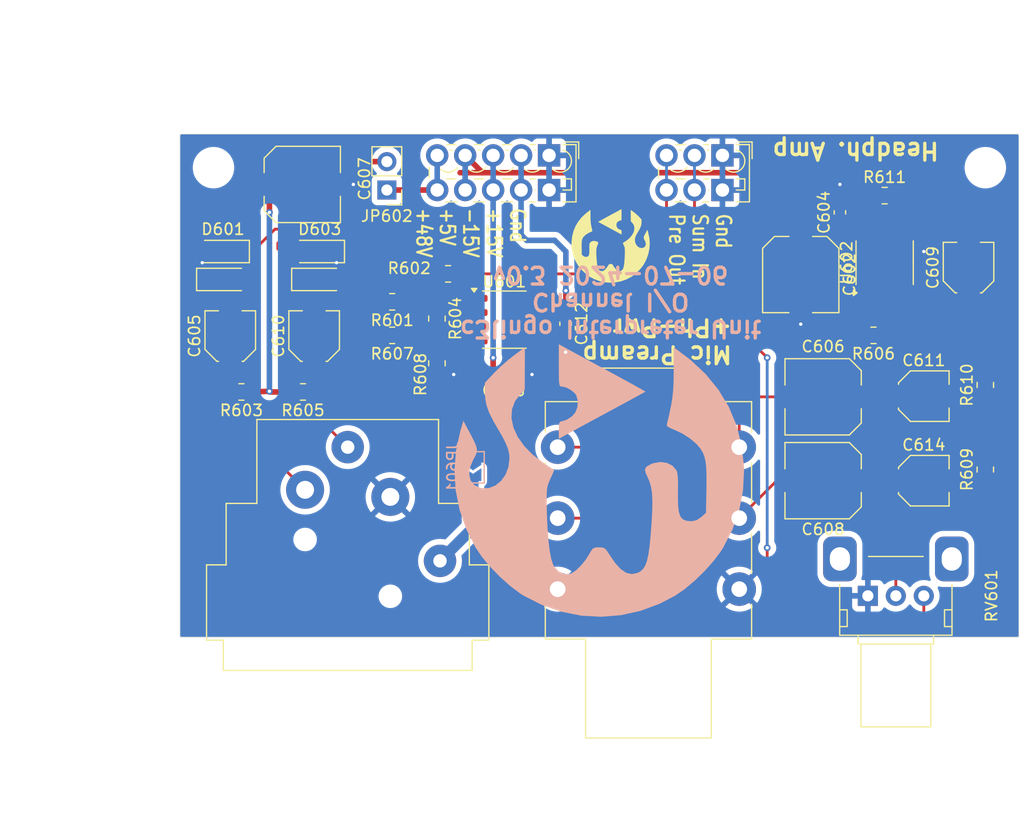
<source format=kicad_pcb>
(kicad_pcb (version 20240108) (generator "pcbnew") (generator_version "8.0")
  (title_block (title "c3lingo interpeter unit -- channel strip") (date "2022-12-31") (rev "v0.3") (company "Jannik Beyerstedt (jtbx)") (comment 1 "Prototype 2"))
  (layers (0 "F.Cu" signal) (31 "B.Cu" signal) (34 "B.Paste" user) (35 "F.Paste" user) (36 "B.SilkS" user "B.Silkscreen") (37 "F.SilkS" user "F.Silkscreen") (38 "B.Mask" user) (39 "F.Mask" user) (44 "Edge.Cuts" user))
  (net 0 "")
  (net 1 "-15V")
  (net 2 "+15V")
  (net 3 "GND")
  (net 4 "Net-(C605-Pad1)")
  (net 5 "Net-(D601-K)")
  (net 6 "Net-(U602-BYPASS)")
  (net 7 "+5V")
  (net 8 "Net-(C608-Pad2)")
  (net 9 "V_Phant")
  (net 10 "Net-(U602-VO2)")
  (net 11 "Net-(C610-Pad1)")
  (net 12 "Net-(D603-A)")
  (net 13 "Net-(C611-Pad1)")
  (net 14 "Net-(C606-Pad2)")
  (net 15 "GNDREF")
  (net 16 "Net-(U601--)")
  (net 17 "Net-(U601-+)")
  (net 18 "Net-(U602-VO1)")
  (net 19 "Net-(C611-Pad2)")
  (net 20 "/HeadphoneAmpIn")
  (net 21 "/MicPreOut")
  (net 25 "Net-(C614-Pad2)")
  (net 26 "Net-(U602-IN1-)")
  (net 27 "Net-(U602-IN2-)")
  (net 28 "Net-(J604-Pin_5)")
  (footprint "Connector_Audio:Jack_6.35mm_Neutrik_NMJ6HFD2_Horizontal" (layer "F.Cu") (at 100 183 -90)
    (property "Reference" "J602" (hide yes))
    (property "Value" "Headphone X")
    (pad "R" thru_hole circle (at 6.35 0 270) (size 3 3) (drill 1.4) (layers "*.Cu" "*.Mask") (net 8 "Net-(C608-Pad2)"))
    (pad "RN" thru_hole circle (at 6.35 16.23 270) (size 3 3) (drill 1.4) (layers "*.Cu" "*.Mask") (net 8 "Net-(C608-Pad2)"))
    (pad "S" thru_hole circle (at 12.7 0 270) (size 3 3) (drill 1.4) (layers "*.Cu" "*.Mask") (net 3 "GND"))
    (pad "SN" thru_hole circle (at 12.7 16.23 270) (size 3 3) (drill 1.4) (layers "*.Cu" "*.Mask") (net 3 "GND"))
    (pad "T" thru_hole circle (at 0 0 270) (size 3 3) (drill 1.4) (layers "*.Cu" "*.Mask") (net 14 "Net-(C606-Pad2)"))
    (pad "TN" thru_hole circle (at 0 16.23 270) (size 3 3) (drill 1.4) (layers "*.Cu" "*.Mask") (net 14 "Net-(C606-Pad2)"))
  )
  (footprint "MountingHole:MountingHole_3.2mm_M3" (layer "F.Cu") (at 53 158)
    (property "Reference" "H601" (hide yes))
    (property "Value" "MountingHole" (hide yes))
    (pad "" np_thru_hole circle (at 0 0) (size 3.2 3.2) (drill 3.2) (layers "*.Cu" "*.Mask"))
  )
  (footprint "Diode_SMD:D_SOD-123" (layer "F.Cu") (at 53.85 165.5 180)
    (property "Reference" "D601" (at 0 2 0) (layer "F.SilkS"))
    (property "Value" "1N4148")
    (pad "1" smd roundrect (at -1.65 0 180) (size 0.9 1.2) (layers "F.Cu" "F.Paste" "F.Mask") (net 5 "Net-(D601-K)"))
    (pad "2" smd roundrect (at 1.65 0 180) (size 0.9 1.2) (layers "F.Cu" "F.Paste" "F.Mask") (net 3 "GND"))
  )
  (footprint "Capacitor_SMD:C_Elec_4x5.8" (layer "F.Cu") (at 62 173.0625 90)
    (property "Reference" "C610" (at 0 -3.2 90) (layer "F.SilkS"))
    (property "Value" "1uF/ 63V lowESR")
    (pad "1" smd roundrect (at -1.675 0 90) (size 2.65 1.6) (layers "F.Cu" "F.Paste" "F.Mask") (roundrect_rratio 0.15625) (net 11 "Net-(C610-Pad1)"))
    (pad "2" smd roundrect (at 1.675 0 90) (size 2.65 1.6) (layers "F.Cu" "F.Paste" "F.Mask") (roundrect_rratio 0.15625) (net 12 "Net-(D603-A)"))
  )
  (footprint "Resistor_SMD:R_0805_2012Metric_Pad1.20x1.40mm_HandSolder" (layer "F.Cu") (at 68.975 173 180)
    (property "Reference" "R607" (at 0 -1.65 0) (layer "F.SilkS"))
    (property "Value" "1K 1%")
    (pad "1" smd roundrect (at -1 0 180) (size 1.2 1.4) (layers "F.Cu" "F.Paste" "F.Mask") (roundrect_rratio 0.208333) (net 17 "Net-(U601-+)"))
    (pad "2" smd roundrect (at 1 0 180) (size 1.2 1.4) (layers "F.Cu" "F.Paste" "F.Mask") (roundrect_rratio 0.208333) (net 12 "Net-(D603-A)"))
  )
  (footprint "Resistor_SMD:R_0805_2012Metric_Pad1.20x1.40mm_HandSolder" (layer "F.Cu") (at 72.975 171.5 -90)
    (property "Reference" "R604" (at 0 -1.65 90) (layer "F.SilkS"))
    (property "Value" "27K 1%")
    (pad "1" smd roundrect (at -1 0 270) (size 1.2 1.4) (layers "F.Cu" "F.Paste" "F.Mask") (roundrect_rratio 0.208333) (net 16 "Net-(U601--)"))
    (pad "2" smd roundrect (at 1 0 270) (size 1.2 1.4) (layers "F.Cu" "F.Paste" "F.Mask") (roundrect_rratio 0.208333) (net 17 "Net-(U601-+)"))
  )
  (footprint "Package_SO:SOIC-8_3.9x4.9mm_P1.27mm" (layer "F.Cu") (at 79 171.595)
    (property "Reference" "U601" (at 0 -3.4 0) (layer "F.SilkS"))
    (property "Value" "NE5534")
    (pad "1" smd roundrect (at -2.475 -1.905) (size 1.95 0.6) (layers "F.Cu" "F.Paste" "F.Mask"))
    (pad "2" smd roundrect (at -2.475 -0.635) (size 1.95 0.6) (layers "F.Cu" "F.Paste" "F.Mask") (net 16 "Net-(U601--)"))
    (pad "3" smd roundrect (at -2.475 0.635) (size 1.95 0.6) (layers "F.Cu" "F.Paste" "F.Mask") (net 17 "Net-(U601-+)"))
    (pad "4" smd roundrect (at -2.475 1.905) (size 1.95 0.6) (layers "F.Cu" "F.Paste" "F.Mask") (net 1 "-15V"))
    (pad "5" smd roundrect (at 2.475 1.905) (size 1.95 0.6) (layers "F.Cu" "F.Paste" "F.Mask"))
    (pad "6" smd roundrect (at 2.475 0.635) (size 1.95 0.6) (layers "F.Cu" "F.Paste" "F.Mask") (net 21 "/MicPreOut"))
    (pad "7" smd roundrect (at 2.475 -0.635) (size 1.95 0.6) (layers "F.Cu" "F.Paste" "F.Mask") (net 2 "+15V"))
    (pad "8" smd roundrect (at 2.475 -1.905) (size 1.95 0.6) (layers "F.Cu" "F.Paste" "F.Mask"))
  )
  (footprint "Resistor_SMD:R_0805_2012Metric_Pad1.20x1.40mm_HandSolder" (layer "F.Cu") (at 61 178.0625 180)
    (property "Reference" "R605" (at 0 -1.65 0) (layer "F.SilkS"))
    (property "Value" "6.8K 1%")
    (pad "1" smd roundrect (at -1 0 180) (size 1.2 1.4) (layers "F.Cu" "F.Paste" "F.Mask") (roundrect_rratio 0.208333) (net 11 "Net-(C610-Pad1)"))
    (pad "2" smd roundrect (at 1 0 180) (size 1.2 1.4) (layers "F.Cu" "F.Paste" "F.Mask") (roundrect_rratio 0.208333) (net 9 "V_Phant"))
  )
  (footprint "TerminalBlock_Phoenix:TerminalBlock_Phoenix_PTSM-0,5-5-2.5-V-THR_1x05_P2.50mm_Vertical" (layer "F.Cu") (at 83 156.9 180)
    (property "Reference" "J604" (hide yes))
    (property "Value" "PowerSupply")
    (pad "1" thru_hole rect (at 0 -3.1 180) (size 2 2) (drill 1.2) (layers "*.Cu" "*.Mask") (net 3 "GND"))
    (pad "1" thru_hole rect (at 0 0 180) (size 2 2) (drill 1.2) (layers "*.Cu" "*.Mask") (net 3 "GND"))
    (pad "2" thru_hole circle (at 2.5 -3.1 180) (size 2 2) (drill 1.2) (layers "*.Cu" "*.Mask") (net 2 "+15V"))
    (pad "2" thru_hole circle (at 2.5 0 180) (size 2 2) (drill 1.2) (layers "*.Cu" "*.Mask") (net 2 "+15V"))
    (pad "3" thru_hole circle (at 5 -3.1 180) (size 2 2) (drill 1.2) (layers "*.Cu" "*.Mask") (net 1 "-15V"))
    (pad "3" thru_hole circle (at 5 0 180) (size 2 2) (drill 1.2) (layers "*.Cu" "*.Mask") (net 1 "-15V"))
    (pad "4" thru_hole circle (at 7.5 -3.1 180) (size 2 2) (drill 1.2) (layers "*.Cu" "*.Mask") (net 7 "+5V"))
    (pad "4" thru_hole circle (at 7.5 0 180) (size 2 2) (drill 1.2) (layers "*.Cu" "*.Mask") (net 7 "+5V"))
    (pad "5" thru_hole circle (at 10 -3.1 180) (size 2 2) (drill 1.2) (layers "*.Cu" "*.Mask") (net 28 "Net-(J604-Pin_5)"))
    (pad "5" thru_hole circle (at 10 0 180) (size 2 2) (drill 1.2) (layers "*.Cu" "*.Mask") (net 28 "Net-(J604-Pin_5)"))
  )
  (footprint "Capacitor_SMD:C_0603_1608Metric_Pad1.08x0.95mm_HandSolder" (layer "F.Cu") (at 84.475 171.9625 -90)
    (property "Reference" "C612" (at 0 -1.43 -90) (layer "F.SilkS"))
    (property "Value" "100nF, lowESR")
    (pad "1" smd roundrect (at -0.8625 0 270) (size 1.075 0.95) (layers "F.Cu" "F.Paste" "F.Mask") (net 2 "+15V"))
    (pad "2" smd roundrect (at 0.8625 0 270) (size 1.075 0.95) (layers "F.Cu" "F.Paste" "F.Mask") (net 3 "GND"))
  )
  (footprint "TerminalBlock_Phoenix:TerminalBlock_Phoenix_PTSM-0,5-3-2.5-V-THR_1x03_P2.50mm_Vertical" (layer "F.Cu") (at 98.5 156.9 180)
    (property "Reference" "J603" (hide yes))
    (property "Value" "Interconnect")
    (pad "1" thru_hole rect (at 0 -3.1 180) (size 2 2) (drill 1.2) (layers "*.Cu" "*.Mask") (net 3 "GND"))
    (pad "1" thru_hole rect (at 0 0 180) (size 2 2) (drill 1.2) (layers "*.Cu" "*.Mask") (net 3 "GND"))
    (pad "2" thru_hole circle (at 2.5 -3.1 180) (size 2 2) (drill 1.2) (layers "*.Cu" "*.Mask") (net 20 "/HeadphoneAmpIn"))
    (pad "2" thru_hole circle (at 2.5 0 180) (size 2 2) (drill 1.2) (layers "*.Cu" "*.Mask") (net 20 "/HeadphoneAmpIn"))
    (pad "3" thru_hole circle (at 5 -3.1 180) (size 2 2) (drill 1.2) (layers "*.Cu" "*.Mask") (net 21 "/MicPreOut"))
    (pad "3" thru_hole circle (at 5 0 180) (size 2 2) (drill 1.2) (layers "*.Cu" "*.Mask") (net 21 "/MicPreOut"))
  )
  (footprint "Capacitor_SMD:C_Elec_4x5.8" (layer "F.Cu") (at 116.5 178.4375)
    (property "Reference" "C611" (at 0 -3.2 0) (layer "F.SilkS"))
    (property "Value" "1uF")
    (pad "1" smd roundrect (at -1.675 0) (size 2.65 1.6) (layers "F.Cu" "F.Paste" "F.Mask") (roundrect_rratio 0.15625) (net 13 "Net-(C611-Pad1)"))
    (pad "2" smd roundrect (at 1.675 0) (size 2.65 1.6) (layers "F.Cu" "F.Paste" "F.Mask") (roundrect_rratio 0.15625) (net 19 "Net-(C611-Pad2)"))
  )
  (footprint "Resistor_SMD:R_0805_2012Metric_Pad1.20x1.40mm_HandSolder" (layer "F.Cu") (at 112 173 180)
    (property "Reference" "R606" (at 0 -1.65 0) (layer "F.SilkS"))
    (property "Value" "39K")
    (pad "1" smd roundrect (at -1 0 180) (size 1.2 1.4) (layers "F.Cu" "F.Paste" "F.Mask") (roundrect_rratio 0.208333) (net 26 "Net-(U602-IN1-)"))
    (pad "2" smd roundrect (at 1 0 180) (size 1.2 1.4) (layers "F.Cu" "F.Paste" "F.Mask") (roundrect_rratio 0.208333) (net 18 "Net-(U602-VO1)"))
  )
  (footprint "Package_SO:SOIC-8_3.9x4.9mm_P1.27mm" (layer "F.Cu") (at 113 166.5 90)
    (property "Reference" "U602" (at 0 -3.4 90) (layer "F.SilkS"))
    (property "Value" "TPA6111A2")
    (pad "1" smd roundrect (at -2.475 -1.905 90) (size 1.95 0.6) (layers "F.Cu" "F.Paste" "F.Mask") (net 18 "Net-(U602-VO1)"))
    (pad "2" smd roundrect (at -2.475 -0.635 90) (size 1.95 0.6) (layers "F.Cu" "F.Paste" "F.Mask") (net 26 "Net-(U602-IN1-)"))
    (pad "3" smd roundrect (at -2.475 0.635 90) (size 1.95 0.6) (layers "F.Cu" "F.Paste" "F.Mask") (net 6 "Net-(U602-BYPASS)"))
    (pad "4" smd roundrect (at -2.475 1.905 90) (size 1.95 0.6) (layers "F.Cu" "F.Paste" "F.Mask") (net 3 "GND"))
    (pad "5" smd roundrect (at 2.475 1.905 90) (size 1.95 0.6) (layers "F.Cu" "F.Paste" "F.Mask") (net 3 "GND"))
    (pad "6" smd roundrect (at 2.475 0.635 90) (size 1.95 0.6) (layers "F.Cu" "F.Paste" "F.Mask") (net 27 "Net-(U602-IN2-)"))
    (pad "7" smd roundrect (at 2.475 -0.635 90) (size 1.95 0.6) (layers "F.Cu" "F.Paste" "F.Mask") (net 10 "Net-(U602-VO2)"))
    (pad "8" smd roundrect (at 2.475 -1.905 90) (size 1.95 0.6) (layers "F.Cu" "F.Paste" "F.Mask") (net 7 "+5V"))
  )
  (footprint "Capacitor_SMD:C_Elec_4x5.8" (layer "F.Cu") (at 120.5 166.9375 90)
    (property "Reference" "C609" (at 0 -3.2 90) (layer "F.SilkS"))
    (property "Value" "1uF lowESR")
    (pad "1" smd roundrect (at -1.675 0 90) (size 2.65 1.6) (layers "F.Cu" "F.Paste" "F.Mask") (roundrect_rratio 0.15625) (net 6 "Net-(U602-BYPASS)"))
    (pad "2" smd roundrect (at 1.675 0 90) (size 2.65 1.6) (layers "F.Cu" "F.Paste" "F.Mask") (roundrect_rratio 0.15625) (net 3 "GND"))
  )
  (footprint "Connector_Audio:Jack_XLR_Neutrik_NC3FAAH2_Horizontal" (layer "F.Cu") (at 68.81 187.45 -90)
    (property "Reference" "J601" (hide yes))
    (property "Value" "Mic X In")
    (pad "" np_thru_hole circle (at 3.81 7.62 270) (size 1.6 1.6) (drill 1.6) (layers "*.Cu" "*.Mask"))
    (pad "" np_thru_hole circle (at 8.89 0 270) (size 1.6 1.6) (drill 1.6) (layers "*.Cu" "*.Mask"))
    (pad "1" thru_hole circle (at 0 0 270) (size 3.4 3.4) (drill 1.6) (layers "*.Cu" "*.Mask") (net 3 "GND"))
    (pad "2" thru_hole circle (at -0.635 7.62 270) (size 3.4 3.4) (drill 1.6) (layers "*.Cu" "*.Mask") (net 4 "Net-(C605-Pad1)"))
    (pad "3" thru_hole circle (at -4.45 3.81 270) (size 2.9 2.9) (drill 1.2) (layers "*.Cu" "*.Mask") (net 11 "Net-(C610-Pad1)"))
    (pad "G" thru_hole circle (at 5.72 -4.44 270) (size 2.9 2.9) (drill 1.2) (layers "*.Cu" "*.Mask") (net 15 "GNDREF"))
  )
  (footprint "Capacitor_SMD:C_0603_1608Metric_Pad1.08x0.95mm_HandSolder" (layer "F.Cu") (at 78.9375 176.5 180)
    (property "Reference" "C603" (at 0 -1.43 180) (layer "F.SilkS"))
    (property "Value" "100nF, lowESR")
    (pad "1" smd roundrect (at -0.8625 0 180) (size 1.075 0.95) (layers "F.Cu" "F.Paste" "F.Mask") (net 3 "GND"))
    (pad "2" smd roundrect (at 0.8625 0 180) (size 1.075 0.95) (layers "F.Cu" "F.Paste" "F.Mask") (net 1 "-15V"))
  )
  (footprint "Potentiometer_THT:Potentiometer_Alps_RK09K_Single_Horizontal" (layer "F.Cu") (at 111.5 196.3 90)
    (property "Reference" "RV601" (at 0 11.05 90) (layer "F.SilkS"))
    (property "Value" "50K log.")
    (pad "1" thru_hole rect (at 0 0 270) (size 1.8 1.8) (drill 1) (layers "*.Cu" "*.Mask") (net 3 "GND"))
    (pad "2" thru_hole circle (at 0 2.5 270) (size 1.8 1.8) (drill 1) (layers "*.Cu" "*.Mask") (net 13 "Net-(C611-Pad1)"))
    (pad "3" thru_hole circle (at 0 5 270) (size 1.8 1.8) (drill 1) (layers "*.Cu" "*.Mask") (net 20 "/HeadphoneAmpIn"))
    (pad "MP" thru_hole roundrect (at 3.3 -2.5 270) (size 4 3) (drill oval 2.1 1.8) (layers "*.Cu" "*.Mask"))
    (pad "MP" thru_hole roundrect (at 3.3 7.5 270) (size 4 3) (drill oval 2.1 1.8) (layers "*.Cu" "*.Mask"))
  )
  (footprint "MountingHole:MountingHole_3.2mm_M3" (layer "F.Cu") (at 122 158)
    (property "Reference" "H602" (hide yes))
    (property "Value" "MountingHole" (hide yes))
    (pad "" np_thru_hole circle (at 0 0) (size 3.2 3.2) (drill 3.2) (layers "*.Cu" "*.Mask"))
  )
  (footprint "Diode_SMD:D_SOD-123" (layer "F.Cu") (at 62.35 168)
    (property "Reference" "D604" (hide yes))
    (property "Value" "1N4148")
    (pad "1" smd roundrect (at -1.65 0) (size 0.9 1.2) (layers "F.Cu" "F.Paste" "F.Mask") (net 12 "Net-(D603-A)"))
    (pad "2" smd roundrect (at 1.65 0) (size 0.9 1.2) (layers "F.Cu" "F.Paste" "F.Mask") (net 3 "GND"))
  )
  (footprint "Resistor_SMD:R_0805_2012Metric_Pad1.20x1.40mm_HandSolder" (layer "F.Cu") (at 72.975 175.5 90)
    (property "Reference" "R608" (at -1 -1.475 90) (layer "F.SilkS"))
    (property "Value" "330K 1%")
    (pad "1" smd roundrect (at -1 0 90) (size 1.2 1.4) (layers "F.Cu" "F.Paste" "F.Mask") (roundrect_rratio 0.208333) (net 3 "GND"))
    (pad "2" smd roundrect (at 1 0 90) (size 1.2 1.4) (layers "F.Cu" "F.Paste" "F.Mask") (roundrect_rratio 0.208333) (net 17 "Net-(U601-+)"))
  )
  (footprint "Resistor_SMD:R_0805_2012Metric_Pad1.20x1.40mm_HandSolder" (layer "F.Cu") (at 122 177.4375 90)
    (property "Reference" "R610" (at 0 -1.65 90) (layer "F.SilkS"))
    (property "Value" "10K")
    (pad "1" smd roundrect (at -1 0 90) (size 1.2 1.4) (layers "F.Cu" "F.Paste" "F.Mask") (roundrect_rratio 0.208333) (net 19 "Net-(C611-Pad2)"))
    (pad "2" smd roundrect (at 1 0 90) (size 1.2 1.4) (layers "F.Cu" "F.Paste" "F.Mask") (roundrect_rratio 0.208333) (net 26 "Net-(U602-IN1-)"))
  )
  (footprint "Resistor_SMD:R_0805_2012Metric_Pad1.20x1.40mm_HandSolder" (layer "F.Cu") (at 122 185 90)
    (property "Reference" "R609" (at 0 -1.65 90) (layer "F.SilkS"))
    (property "Value" "10K")
    (pad "1" smd roundrect (at -1 0 90) (size 1.2 1.4) (layers "F.Cu" "F.Paste" "F.Mask") (roundrect_rratio 0.208333) (net 25 "Net-(C614-Pad2)"))
    (pad "2" smd roundrect (at 1 0 90) (size 1.2 1.4) (layers "F.Cu" "F.Paste" "F.Mask") (roundrect_rratio 0.208333) (net 27 "Net-(U602-IN2-)"))
  )
  (footprint "Resistor_SMD:R_0805_2012Metric_Pad1.20x1.40mm_HandSolder" (layer "F.Cu") (at 55.5 178.0625 180)
    (property "Reference" "R603" (at 0 -1.65 0) (layer "F.SilkS"))
    (property "Value" "6.8K 1%")
    (pad "1" smd roundrect (at -1 0 180) (size 1.2 1.4) (layers "F.Cu" "F.Paste" "F.Mask") (roundrect_rratio 0.208333) (net 9 "V_Phant"))
    (pad "2" smd roundrect (at 1 0 180) (size 1.2 1.4) (layers "F.Cu" "F.Paste" "F.Mask") (roundrect_rratio 0.208333) (net 4 "Net-(C605-Pad1)"))
  )
  (footprint "Diode_SMD:D_SOD-123" (layer "F.Cu") (at 62.35 165.5 180)
    (property "Reference" "D603" (at -0.15 2 0) (layer "F.SilkS"))
    (property "Value" "1N4148")
    (pad "1" smd roundrect (at -1.65 0 180) (size 0.9 1.2) (layers "F.Cu" "F.Paste" "F.Mask") (net 3 "GND"))
    (pad "2" smd roundrect (at 1.65 0 180) (size 0.9 1.2) (layers "F.Cu" "F.Paste" "F.Mask") (net 12 "Net-(D603-A)"))
  )
  (footprint "c3lingo_unit-footprints:voctocat-07mm" (layer "F.Cu") (at 88.5 165 180)
    (property "Reference" "G***" (hide yes))
    (property "Value" "LOGO" (hide yes))
  )
  (footprint "Capacitor_SMD:C_Elec_4x5.8" (layer "F.Cu") (at 54.5 173.0625 90)
    (property "Reference" "C605" (at 0 -3.2 90) (layer "F.SilkS"))
    (property "Value" "1uF/ 63V lowESR")
    (pad "1" smd roundrect (at -1.675 0 90) (size 2.65 1.6) (layers "F.Cu" "F.Paste" "F.Mask") (roundrect_rratio 0.15625) (net 4 "Net-(C605-Pad1)"))
    (pad "2" smd roundrect (at 1.675 0 90) (size 2.65 1.6) (layers "F.Cu" "F.Paste" "F.Mask") (roundrect_rratio 0.15625) (net 5 "Net-(D601-K)"))
  )
  (footprint "Capacitor_SMD:C_Elec_6.3x7.7" (layer "F.Cu") (at 105.5 167.5625 -90)
    (property "Reference" "C602" (at 0 -4.35 -90) (layer "F.SilkS"))
    (property "Value" "100uF")
    (pad "1" smd roundrect (at -2.5375 0 270) (size 3.325 1.6) (layers "F.Cu" "F.Paste" "F.Mask") (roundrect_rratio 0.15625) (net 7 "+5V"))
    (pad "2" smd roundrect (at 2.5375 0 270) (size 3.325 1.6) (layers "F.Cu" "F.Paste" "F.Mask") (roundrect_rratio 0.15625) (net 3 "GND"))
  )
  (footprint "Capacitor_SMD:C_Elec_6.3x7.7" (layer "F.Cu") (at 60.9375 159.5)
    (property "Reference" "C607" (at 5.5625 -0.5 -90) (layer "F.SilkS"))
    (property "Value" "100uF/ 63V")
    (pad "1" smd roundrect (at -2.5375 0) (size 3.325 1.6) (layers "F.Cu" "F.Paste" "F.Mask") (roundrect_rratio 0.15625) (net 9 "V_Phant"))
    (pad "2" smd roundrect (at 2.5375 0) (size 3.325 1.6) (layers "F.Cu" "F.Paste" "F.Mask") (roundrect_rratio 0.15625) (net 3 "GND"))
  )
  (footprint "Resistor_SMD:R_0805_2012Metric_Pad1.20x1.40mm_HandSolder" (layer "F.Cu") (at 73.975 167.5)
    (property "Reference" "R602" (at -3.475 -0.5 0) (layer "F.SilkS"))
    (property "Value" "330K 1%")
    (pad "1" smd roundrect (at -1 0) (size 1.2 1.4) (layers "F.Cu" "F.Paste" "F.Mask") (roundrect_rratio 0.208333) (net 16 "Net-(U601--)"))
    (pad "2" smd roundrect (at 1 0) (size 1.2 1.4) (layers "F.Cu" "F.Paste" "F.Mask") (roundrect_rratio 0.208333) (net 21 "/MicPreOut"))
  )
  (footprint "Capacitor_SMD:C_Elec_6.3x5.8" (layer "F.Cu") (at 107.5 178.5 180)
    (property "Reference" "C606" (at 0 4.5 180) (layer "F.SilkS"))
    (property "Value" "68uF lowESR")
    (pad "1" smd roundrect (at -2.5375 0 180) (size 3.325 1.6) (layers "F.Cu" "F.Paste" "F.Mask") (roundrect_rratio 0.15625) (net 10 "Net-(U602-VO2)"))
    (pad "2" smd roundrect (at 2.5375 0 180) (size 3.325 1.6) (layers "F.Cu" "F.Paste" "F.Mask") (roundrect_rratio 0.15625) (net 14 "Net-(C606-Pad2)"))
  )
  (footprint "Diode_SMD:D_SOD-123" (layer "F.Cu") (at 53.85 168)
    (property "Reference" "D602" (hide yes))
    (property "Value" "1N4148")
    (pad "1" smd roundrect (at -1.65 0) (size 0.9 1.2) (layers "F.Cu" "F.Paste" "F.Mask") (net 3 "GND"))
    (pad "2" smd roundrect (at 1.65 0) (size 0.9 1.2) (layers "F.Cu" "F.Paste" "F.Mask") (net 5 "Net-(D601-K)"))
  )
  (footprint "Resistor_SMD:R_0805_2012Metric_Pad1.20x1.40mm_HandSolder" (layer "F.Cu") (at 113 160.5)
    (property "Reference" "R611" (at 0 -1.65 0) (layer "F.SilkS"))
    (property "Value" "39K")
    (pad "1" smd roundrect (at -1 0) (size 1.2 1.4) (layers "F.Cu" "F.Paste" "F.Mask") (roundrect_rratio 0.208333) (net 10 "Net-(U602-VO2)"))
    (pad "2" smd roundrect (at 1 0) (size 1.2 1.4) (layers "F.Cu" "F.Paste" "F.Mask") (roundrect_rratio 0.208333) (net 27 "Net-(U602-IN2-)"))
  )
  (footprint "Capacitor_SMD:C_Elec_4x5.8" (layer "F.Cu") (at 116.5 186)
    (property "Reference" "C614" (at 0 -3.2 0) (layer "F.SilkS"))
    (property "Value" "1uF")
    (pad "1" smd roundrect (at -1.675 0) (size 2.65 1.6) (layers "F.Cu" "F.Paste" "F.Mask") (roundrect_rratio 0.15625) (net 13 "Net-(C611-Pad1)"))
    (pad "2" smd roundrect (at 1.675 0) (size 2.65 1.6) (layers "F.Cu" "F.Paste" "F.Mask") (roundrect_rratio 0.15625) (net 25 "Net-(C614-Pad2)"))
  )
  (footprint "Resistor_SMD:R_0805_2012Metric_Pad1.20x1.40mm_HandSolder" (layer "F.Cu") (at 68.975 170 180)
    (property "Reference" "R601" (at 0 -1.65 0) (layer "F.SilkS"))
    (property "Value" "1K 1%")
    (pad "1" smd roundrect (at -1 0 180) (size 1.2 1.4) (layers "F.Cu" "F.Paste" "F.Mask") (roundrect_rratio 0.208333) (net 16 "Net-(U601--)"))
    (pad "2" smd roundrect (at 1 0 180) (size 1.2 1.4) (layers "F.Cu" "F.Paste" "F.Mask") (roundrect_rratio 0.208333) (net 5 "Net-(D601-K)"))
  )
  (footprint "Capacitor_SMD:C_0603_1608Metric_Pad1.08x0.95mm_HandSolder" (layer "F.Cu") (at 109 162 90)
    (property "Reference" "C604" (at 0 -1.43 90) (layer "F.SilkS"))
    (property "Value" "100nF, lowESR")
    (pad "1" smd roundrect (at -0.8625 0 90) (size 1.075 0.95) (layers "F.Cu" "F.Paste" "F.Mask") (net 7 "+5V"))
    (pad "2" smd roundrect (at 0.8625 0 90) (size 1.075 0.95) (layers "F.Cu" "F.Paste" "F.Mask") (net 3 "GND"))
  )
  (footprint "Connector_PinHeader_2.54mm:PinHeader_1x02_P2.54mm_Vertical" (layer "F.Cu") (at 68.5 160 180)
    (property "Reference" "JP602" (at 0 -2.33 0) (layer "F.SilkS"))
    (property "Value" "Phant. Pwr")
    (pad "1" thru_hole rect (at 0 0 180) (size 1.7 1.7) (drill 1) (layers "*.Cu" "*.Mask") (net 28 "Net-(J604-Pin_5)"))
    (pad "2" thru_hole oval (at 0 2.54 180) (size 1.7 1.7) (drill 1) (layers "*.Cu" "*.Mask") (net 9 "V_Phant"))
  )
  (footprint "Capacitor_SMD:C_Elec_6.3x5.8" (layer "F.Cu") (at 107.5 186 180)
    (property "Reference" "C608" (at 0 -4.35 180) (layer "F.SilkS"))
    (property "Value" "68uF lowESR")
    (pad "1" smd roundrect (at -2.5375 0 180) (size 3.325 1.6) (layers "F.Cu" "F.Paste" "F.Mask") (roundrect_rratio 0.15625) (net 18 "Net-(U602-VO1)"))
    (pad "2" smd roundrect (at 2.5375 0 180) (size 3.325 1.6) (layers "F.Cu" "F.Paste" "F.Mask") (roundrect_rratio 0.15625) (net 8 "Net-(C608-Pad2)"))
  )
  (footprint "Jumper:SolderJumper-2_P1.3mm_Open_TrianglePad1.0x1.5mm" (layer "B.Cu") (at 76.2 184.805 -90)
    (property "Reference" "JP601" (at 0 1.8 90) (layer "B.SilkS") (effects (justify mirror)))
    (property "Value" "GND_JMP")
    (pad "1" smd custom (at -0.725 0 270) (size 0.3 0.3) (layers "B.Cu" "B.Mask") (net 3 "GND") (options (clearance outline) (anchor rect)) (primitives (gr_poly (pts (xy 1 0) (xy 0.5 -0.75) (xy -0.5 -0.75) (xy -0.5 0.75) (xy 0.5 0.75)) (width 0) (fill yes))))
    (pad "2" smd custom (at 0.725 0 270) (size 0.3 0.3) (layers "B.Cu" "B.Mask") (net 15 "GNDREF") (options (clearance outline) (anchor rect)) (primitives (gr_poly (pts (xy 0.5 -0.75) (xy -0.65 -0.75) (xy -0.15 0) (xy -0.65 0.75) (xy 0.5 0.75)) (width 0) (fill yes))))
  )
  (footprint "c3lingo_unit-footprints:voctocat-25mm" (layer "B.Cu") (at 87.5 186)
    (property "Reference" "G***" (hide yes))
    (property "Value" "LOGO" (hide yes))
  )
  (gr_line (start 125 200) (end 50 200) (stroke (width 0.05)) (layer "Edge.Cuts"))
  (gr_line (start 50 155) (end 50 200) (stroke (width 0.05)) (layer "Edge.Cuts"))
  (gr_line (start 125 155) (end 125 200) (stroke (width 0.05)) (layer "Edge.Cuts"))
  (gr_line (start 50 155) (end 125 155) (stroke (width 0.05)) (layer "Edge.Cuts"))
  (gr_text "c3lingo Interpreter Unit\nChannel I/O\nv0.3 2024-07-06" (at 88.5 170 180) (layer "B.SilkS") (effects (font (size 1.5 1.5) (thickness 0.3)) (justify mirror)))
  (gr_text "Headph. Amp" (at 118 156.5 180) (layer "F.SilkS") (effects (font (size 1.5 1.5) (thickness 0.3)) (justify left)))
  (gr_text "Gnd\n+15V\n-15V\n+5V\n+48V" (at 76 161.5 270) (layer "F.SilkS") (effects (font (size 1.3 1.1) (thickness 0.2)) (justify left)))
  (gr_text "Gnd\nSum In\nPre Out" (at 96.5 162 270) (layer "F.SilkS") (effects (font (size 1.3 1.1) (thickness 0.2)) (justify left)))
  (gr_text "Mic Preamp\n+Ph-Pwr" (at 99.5 173.5 180) (layer "F.SilkS") (effects (font (size 1.5 1.5) (thickness 0.3)) (justify left)))
  (segment (start 76.525 173.5) (end 76.525 175.125) (width 0.5) (layer "F.Cu") (net 1))
  (segment (start 78 176.4) (end 77.9 176.5) (width 0.5) (layer "F.Cu") (net 1))
  (segment (start 78 175) (end 78 176.4) (width 0.5) (layer "F.Cu") (net 1))
  (segment (start 76.525 175.125) (end 77.9 176.5) (width 0.5) (layer "F.Cu") (net 1))
  (via (at 78 175) (size 0.6) (drill 0.3) (layers "F.Cu" "B.Cu") (net 1))
  (segment (start 78 160) (end 78 156.9) (width 0.5) (layer "B.Cu") (net 1))
  (segment (start 78 160) (end 78 175) (width 0.5) (layer "B.Cu") (net 1))
  (segment (start 81.475 170.96) (end 84.44 170.96) (width 0.5) (layer "F.Cu") (net 2))
  (segment (start 84.44 170.96) (end 84.475 170.925) (width 0.5) (layer "F.Cu") (net 2))
  (segment (start 84.5 170.9) (end 84.475 170.925) (width 0.5) (layer "F.Cu") (net 2))
  (segment (start 84.5 169) (end 84.5 170.9) (width 0.5) (layer "F.Cu") (net 2))
  (via (at 84.5 169) (size 0.6) (drill 0.3) (layers "F.Cu" "B.Cu") (net 2))
  (segment (start 84.5 165.5) (end 84.5 169) (width 0.5) (layer "B.Cu") (net 2))
  (segment (start 83.5 164.5) (end 84.5 165.5) (width 0.5) (layer "B.Cu") (net 2))
  (segment (start 80.5 160) (end 80.5 156.9) (width 0.5) (layer "B.Cu") (net 2))
  (segment (start 80.5 164) (end 81 164.5) (width 0.5) (layer "B.Cu") (net 2))
  (segment (start 81 164.5) (end 83.5 164.5) (width 0.5) (layer "B.Cu") (net 2))
  (segment (start 80.5 160) (end 80.5 164) (width 0.5) (layer "B.Cu") (net 2))
  (segment (start 72.975 176.5) (end 74.475 176.5) (width 0.5) (layer "F.Cu") (net 3))
  (segment (start 64 166.5) (end 64 168) (width 0.5) (layer "F.Cu") (net 3))
  (segment (start 52.2 166.7) (end 52.2 168) (width 0.5) (layer "F.Cu") (net 3))
  (segment (start 52.2 165.5) (end 52.2 166.3) (width 0.5) (layer "F.Cu") (net 3))
  (segment (start 64 165.5) (end 64 166.5) (width 0.5) (layer "F.Cu") (net 3))
  (segment (start 116.5 165.5) (end 116.38 165.5) (width 0.5) (layer "F.Cu") (net 3))
  (segment (start 116.38 165.5) (end 114.905 164.025) (width 0.5) (layer "F.Cu") (net 3))
  (segment (start 109 159.5) (end 109 161.1375) (width 0.5) (layer "F.Cu") (net 3))
  (segment (start 116.5 165.5) (end 116.5 167.38) (width 0.5) (layer "F.Cu") (net 3))
  (segment (start 52.2 166.3) (end 52 166.5) (width 0.5) (layer "F.Cu") (net 3))
  (segment (start 84.475 173) (end 84.475 174.5) (width 0.5) (layer "F.Cu") (net 3))
  (segment (start 120.5 164.875) (end 117.125 164.875) (width 0.5) (layer "F.Cu") (net 3))
  (segment (start 117.125 164.875) (end 116.5 165.5) (width 0.5) (layer "F.Cu") (net 3))
  (segment (start 105.5 169.625) (end 105.5 172) (width 0.5) (layer "F.Cu") (net 3))
  (segment (start 63 159.5) (end 65.5 159.5) (width 0.5) (layer "F.Cu") (net 3))
  (segment (start 79.975 176.5) (end 81.475 176.5) (width 0.5) (layer "F.Cu") (net 3))
  (segment (start 52 166.5) (end 52.2 166.7) (width 0.5) (layer "F.Cu") (net 3))
  (segment (start 116.5 167.38) (end 114.905 168.975) (width 0.5) (layer "F.Cu") (net 3))
  (via (at 74.475 176.5) (size 0.6) (drill 0.3) (layers "F.Cu" "B.Cu") (net 3))
  (via (at 109 159.5) (size 0.6) (drill 0.3) (layers "F.Cu" "B.Cu") (net 3))
  (via (at 65.5 159.5) (size 0.6) (drill 0.3) (layers "F.Cu" "B.Cu") (net 3))
  (via (at 105.5 172) (size 0.6) (drill 0.3) (layers "F.Cu" "B.Cu") (net 3))
  (via (at 84.475 174.5) (size 0.6) (drill 0.3) (layers "F.Cu" "B.Cu") (net 3))
  (via (at 64 166.5) (size 0.6) (drill 0.3) (layers "F.Cu" "B.Cu") (net 3))
  (via (at 81.475 176.5) (size 0.6) (drill 0.3) (layers "F.Cu" "B.Cu") (net 3))
  (via (at 52 166.5) (size 0.6) (drill 0.3) (layers "F.Cu" "B.Cu") (net 3))
  (via (at 116.5 165.5) (size 0.6) (drill 0.3) (layers "F.Cu" "B.Cu") (net 3))
  (segment (start 54.5 178.0625) (end 54.5 175.125) (width 0.25) (layer "F.Cu") (net 4))
  (segment (start 54.5 180.125) (end 61.19 186.815) (width 0.25) (layer "F.Cu") (net 4))
  (segment (start 54.5 178.0625) (end 54.5 180.125) (width 0.25) (layer "F.Cu") (net 4))
  (segment (start 54.5 171) (end 54.5 169) (width 0.25) (layer "F.Cu") (net 5))
  (segment (start 56.5 165.5) (end 55.5 165.5) (width 0.25) (layer "F.Cu") (net 5))
  (segment (start 66 163.5) (end 58.5 163.5) (width 0.25) (layer "F.Cu") (net 5))
  (segment (start 55.5 168) (end 55.5 165.5) (width 0.25) (layer "F.Cu") (net 5))
  (segment (start 66 163.5) (end 66.5 164) (width 0.25) (layer "F.Cu") (net 5))
  (segment (start 54.5 169) (end 55.5 168) (width 0.25) (layer "F.Cu") (net 5))
  (segment (start 66.5 169.5) (end 66.5 164) (width 0.25) (layer "F.Cu") (net 5))
  (segment (start 67.975 170) (end 67 170) (width 0.25) (layer "F.Cu") (net 5))
  (segment (start 66.5 169.5) (end 67 170) (width 0.25) (layer "F.Cu") (net 5))
  (segment (start 58.5 163.5) (end 56.5 165.5) (width 0.25) (layer "F.Cu") (net 5))
  (segment (start 120.5 170.5) (end 120.5 169) (width 0.25) (layer "F.Cu") (net 6))
  (segment (start 113.635 168.975) (end 113.635 169.949999) (width 0.25) (layer "F.Cu") (net 6))
  (segment (start 113.635 169.949999) (end 115.185001 171.5) (width 0.25) (layer "F.Cu") (net 6))
  (segment (start 115.185001 171.5) (end 119.5 171.5) (width 0.25) (layer "F.Cu") (net 6))
  (segment (start 119.5 171.5) (end 120.5 170.5) (width 0.25) (layer "F.Cu") (net 6))
  (segment (start 75.5 156.9) (end 77.05 158.45) (width 0.5) (layer "F.Cu") (net 7))
  (segment (start 111.095 164.025) (end 109.5 164.025) (width 0.5) (layer "F.Cu") (net 7))
  (segment (start 108.5 164) (end 107 164) (width 0.5) (layer "F.Cu") (net 7))
  (segment (start 104.45 158.45) (end 105.5 159.5) (width 0.5) (layer "F.Cu") (net 7))
  (segment (start 107 164) (end 105.5 165.5) (width 0.5) (layer "F.Cu") (net 7))
  (segment (start 109 162.8625) (end 109 163.525) (width 0.5) (layer "F.Cu") (net 7))
  (segment (start 75.05 158.45) (end 104.45 158.45) (width 0.5) (layer "F.Cu") (net 7))
  (segment (start 108.525 164.025) (end 108.5 164) (width 0.5) (layer "F.Cu") (net 7))
  (segment (start 105.5 159.5) (end 105.5 165.5) (width 0.5) (layer "F.Cu") (net 7))
  (segment (start 109.5 164.025) (end 108.525 164.025) (width 0.5) (layer "F.Cu") (net 7))
  (segment (start 109 163.525) (end 109.5 164.025) (width 0.5) (layer "F.Cu") (net 7))
  (segment (start 75.5 160) (end 75.5 156.9) (width 0.5) (layer "B.Cu") (net 7))
  (segment (start 100 189.35) (end 103.35 186) (width 0.25) (layer "F.Cu") (net 8))
  (segment (start 103.35 186) (end 104.4375 186) (width 0.25) (layer "F.Cu") (net 8))
  (segment (start 100 189.35) (end 83.77 189.35) (width 0.25) (layer "F.Cu") (net 8))
  (segment (start 58 162) (end 58 160.375) (width 0.5) (layer "F.Cu") (net 9))
  (segment (start 60.44 157.46) (end 58.4 159.5) (width 0.5) (layer "F.Cu") (net 9))
  (segment (start 58 178) (end 58 178.0625) (width 0.5) (layer "F.Cu") (net 9))
  (segment (start 58 160.375) (end 58.875 159.5) (width 0.5) (layer "F.Cu") (net 9))
  (segment (start 56.5 178.0625) (end 58 178) (width 0.5) (layer "F.Cu") (net 9))
  (segment (start 68.5 157.46) (end 60.44 157.46) (width 0.5) (layer "F.Cu") (net 9))
  (segment (start 58 178.0625) (end 60 178.0625) (width 0.5) (layer "F.Cu") (net 9))
  (via (at 58 178) (size 0.6) (drill 0.3) (layers "F.Cu" "B.Cu") (net 9))
  (via (at 58 162) (size 0.6) (drill 0.3) (layers "F.Cu" "B.Cu") (net 9))
  (segment (start 58 178) (end 58 162) (width 0.5) (layer "B.Cu") (net 9))
  (segment (start 109.5 166.5) (end 108.5625 167.4375) (width 0.25) (layer "F.Cu") (net 10))
  (segment (start 110.864999 166.5) (end 109.5 166.5) (width 0.25) (layer "F.Cu") (net 10))
  (segment (start 112.365 164.025) (end 112.365 162.365) (width 0.25) (layer "F.Cu") (net 10))
  (segment (start 112.365 162.365) (end 112 162) (width 0.25) (layer "F.Cu") (net 10))
  (segment (start 108.5625 167.4375) (end 108.5625 178.5) (width 0.25) (layer "F.Cu") (net 10))
  (segment (start 112.365 164.025) (end 112.365 164.999999) (width 0.25) (layer "F.Cu") (net 10))
  (segment (start 112 162) (end 112 160.5) (width 0.25) (layer "F.Cu") (net 10))
  (segment (start 112.365 164.999999) (end 110.864999 166.5) (width 0.25) (layer "F.Cu") (net 10))
  (segment (start 62 178.0625) (end 62 180) (width 0.25) (layer "F.Cu") (net 11))
  (segment (start 62 180) (end 65 183) (width 0.25) (layer "F.Cu") (net 11))
  (segment (start 62 178.0625) (end 62 175.125) (width 0.25) (layer "F.Cu") (net 11))
  (segment (start 59.5 164) (end 65.5 164) (width 0.25) (layer "F.Cu") (net 12))
  (segment (start 62 169.3) (end 60.7 168) (width 0.25) (layer "F.Cu") (net 12))
  (segment (start 66.5 173) (end 67.975 173) (width 0.25) (layer "F.Cu") (net 12))
  (segment (start 59 165.5) (end 58.75 165.25) (width 0.25) (layer "F.Cu") (net 12))
  (segment (start 62 171) (end 62 169.3) (width 0.25) (layer "F.Cu") (net 12))
  (segment (start 60.7 165.5) (end 59 165.5) (width 0.25) (layer "F.Cu") (net 12))
  (segment (start 66 164.5) (end 66 172.5) (width 0.25) (layer "F.Cu") (net 12))
  (segment (start 60.7 168) (end 60.7 165.5) (width 0.25) (layer "F.Cu") (net 12))
  (segment (start 58.75 164.75) (end 59.5 164) (width 0.25) (layer "F.Cu") (net 12))
  (segment (start 58.75 165.25) (end 58.75 164.75) (width 0.25) (layer "F.Cu") (net 12))
  (segment (start 65.5 164) (end 66 164.5) (width 0.25) (layer "F.Cu") (net 12))
  (segment (start 66 172.5) (end 66.5 173) (width 0.25) (layer "F.Cu") (net 12))
  (segment (start 113.875 186) (end 113.875 178.4375) (width 0.25) (layer "F.Cu") (net 13))
  (segment (start 114 196.3) (end 114 186.125) (width 0.25) (layer "F.Cu") (net 13))
  (segment (start 114 186.125) (end 113.875 186) (width 0.25) (layer "F.Cu") (net 13))
  (segment (start 101.4375 178.5) (end 104.4375 178.5) (width 0.25) (layer "F.Cu") (net 14))
  (segment (start 100 179.9375) (end 101.4375 178.5) (width 0.25) (layer "F.Cu") (net 14))
  (segment (start 100 183) (end 83.77 183) (width 0.25) (layer "F.Cu") (net 14))
  (segment (start 100 179.9375) (end 100 183) (width 0.25) (layer "F.Cu") (net 14))
  (segment (start 73.25 193.17) (end 76.2 190.22) (width 1) (layer "B.Cu") (net 15))
  (segment (start 76.2 190.22) (end 76.2 186.06) (width 1) (layer "B.Cu") (net 15))
  (segment (start 71.475 170.5) (end 70.975 170) (width 0.25) (layer "F.Cu") (net 16))
  (segment (start 75.015 170.96) (end 74.555 170.5) (width 0.25) (layer "F.Cu") (net 16))
  (segment (start 76.525 170.96) (end 75.015 170.96) (width 0.25) (layer "F.Cu") (net 16))
  (segment (start 70.975 170) (end 69.975 170) (width 0.25) (layer "F.Cu") (net 16))
  (segment (start 72.975 170.5) (end 71.475 170.5) (width 0.25) (layer "F.Cu") (net 16))
  (segment (start 74.555 170.5) (end 72.975 170.5) (width 0.25) (layer "F.Cu") (net 16))
  (segment (start 72.975 167.5) (end 72.975 170.5) (width 0.25) (layer "F.Cu") (net 16))
  (segment (start 72.975 172.5) (end 72.975 174.5) (width 0.25) (layer "F.Cu") (net 17))
  (segment (start 73.245 172.23) (end 72.975 172.5) (width 0.25) (layer "F.Cu") (net 17))
  (segment (start 71.475 173) (end 69.975 173) (width 0.25) (layer "F.Cu") (net 17))
  (segment (start 71.975 172.5) (end 71.475 173) (width 0.25) (layer "F.Cu") (net 17))
  (segment (start 76.525 172.23) (end 73.245 172.23) (width 0.25) (layer "F.Cu") (net 17))
  (segment (start 72.975 172.5) (end 71.975 172.5) (width 0.25) (layer "F.Cu") (net 17))
  (segment (start 111 174.5) (end 111 173) (width 0.25) (layer "F.Cu") (net 18))
  (segment (start 111 173) (end 111 169.07) (width 0.25) (layer "F.Cu") (net 18))
  (segment (start 110.0375 186) (end 112.5 183.5375) (width 0.25) (layer "F.Cu") (net 18))
  (segment (start 112.5 176) (end 111 174.5) (width 0.25) (layer "F.Cu") (net 18))
  (segment (start 111 169.07) (end 111.095 168.975) (width 0.25) (layer "F.Cu") (net 18))
  (segment (start 112.5 183.5375) (end 112.5 176) (width 0.25) (layer "F.Cu") (net 18))
  (segment (start 118 178.4375) (end 122 178.4375) (width 0.25) (layer "F.Cu") (net 19))
  (segment (start 116.5 198) (end 115.325 199.175) (width 0.25) (layer "F.Cu") (net 20))
  (segment (start 104.675 199.175) (end 102.5 197) (width 0.25) (layer "F.Cu") (net 20))
  (segment (start 102.5 197) (end 102.5 192) (width 0.25) (layer "F.Cu") (net 20))
  (segment (start 115.325 199.175) (end 104.675 199.175) (width 0.25) (layer "F.Cu") (net 20))
  (segment (start 116.5 196.3) (end 116.5 198) (width 0.25) (layer "F.Cu") (net 20))
  (segment (start 102.5 175) (end 96 168.5) (width 0.25) (layer "F.Cu") (net 20))
  (segment (start 96 168.5) (end 96 160) (width 0.25) (layer "F.Cu") (net 20))
  (via (at 102.5 175) (size 0.6) (drill 0.3) (layers "F.Cu" "B.Cu") (net 20))
  (via (at 102.5 192) (size 0.6) (drill 0.3) (layers "F.Cu" "B.Cu") (net 20))
  (segment (start 96 156.9) (end 96 160) (width 0.25) (layer "B.Cu") (net 20))
  (segment (start 102.5 192) (end 102.5 175) (width 0.25) (layer "B.Cu") (net 20))
  (segment (start 78.975 170.704999) (end 78.975 167.5) (width 0.25) (layer "F.Cu") (net 21))
  (segment (start 78.975 167.5) (end 74.975 167.5) (width 0.25) (layer "F.Cu") (net 21))
  (segment (start 92.5 167.5) (end 93.5 166.5) (width 0.25) (layer "F.Cu") (net 21))
  (segment (start 80.500001 172.23) (end 78.975 170.704999) (width 0.25) (layer "F.Cu") (net 21))
  (segment (start 93.5 166.5) (end 93.5 160) (width 0.25) (layer "F.Cu") (net 21))
  (segment (start 92.5 167.5) (end 78.975 167.5) (width 0.25) (layer "F.Cu") (net 21))
  (segment (start 81.475 172.23) (end 80.500001 172.23) (width 0.25) (layer "F.Cu") (net 21))
  (segment (start 93.5 156.9) (end 93.5 160) (width 0.25) (layer "B.Cu") (net 21))
  (segment (start 118 186) (end 122 186) (width 0.25) (layer "F.Cu") (net 25))
  (segment (start 122 174.5) (end 122 176.4375) (width 0.25) (layer "F.Cu") (net 26))
  (segment (start 120.5 173) (end 113 173) (width 0.25) (layer "F.Cu") (net 26))
  (segment (start 112.365 171.865) (end 112.365 168.975) (width 0.25) (layer "F.Cu") (net 26))
  (segment (start 113 173) (end 113 172.5) (width 0.25) (layer "F.Cu") (net 26))
  (segment (start 113 172.5) (end 112.365 171.865) (width 0.25) (layer "F.Cu") (net 26))
  (segment (start 122 174.5) (end 120.5 173) (width 0.25) (layer "F.Cu") (net 26))
  (segment (start 122 184) (end 123.075 182.925) (width 0.25) (layer "F.Cu") (net 27))
  (segment (start 113.635 164.025) (end 113.635 162.365) (width 0.25) (layer "F.Cu") (net 27))
  (segment (start 122 162) (end 114 162) (width 0.25) (layer "F.Cu") (net 27))
  (segment (start 113.635 162.365) (end 114 162) (width 0.25) (layer "F.Cu") (net 27))
  (segment (start 123.075 163.075) (end 122 162) (width 0.25) (layer "F.Cu") (net 27))
  (segment (start 123.075 163.075) (end 123.075 182.925) (width 0.25) (layer "F.Cu") (net 27))
  (segment (start 114 162) (end 114 160.5) (width 0.25) (layer "F.Cu") (net 27))
  (segment (start 73 160) (end 68.5 160) (width 0.5) (layer "F.Cu") (net 28))
  (segment (start 73 160) (end 73 156.9) (width 0.5) (layer "B.Cu") (net 28))
  (zone (net 3) (net_name "GND") (layer "B.Cu") (connect_pads (clearance 0.508)) (min_thickness 0.254) (fill yes (thermal_gap 0.508) (thermal_bridge_width 0.508))
    (polygon (pts (xy 125 200) (xy 50 200) (xy 50 155) (xy 125 155)))
  )
)
</source>
